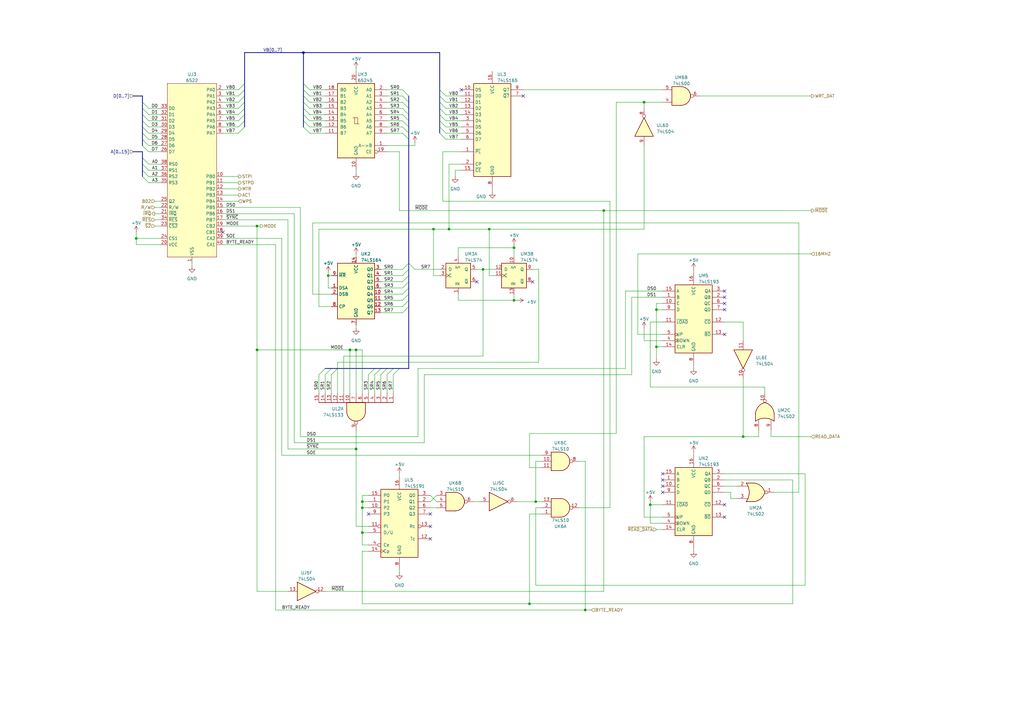
<source format=kicad_sch>
(kicad_sch (version 20230121) (generator eeschema)
  (paper "A3")
  (title_block (title "Read/Write Logic") (comment 1 "Schematic 203138") (comment 2 "PCB Assembly 2031040"))
  (junction (at 148.59 208.28))
  (junction (at 198.12 110.49))
  (junction (at 146.05 143.51))
  (junction (at 210.82 101.6))
  (junction (at 210.82 123.19))
  (junction (at 240.03 250.19))
  (junction (at 219.71 205.74))
  (junction (at 177.8 93.98))
  (junction (at 269.24 127))
  (junction (at 55.88 97.79))
  (junction (at 105.41 92.71))
  (junction (at 146.05 184.15))
  (junction (at 105.41 143.51))
  (junction (at 264.16 41.91))
  (junction (at 247.65 86.36))
  (junction (at 269.24 142.24))
  (junction (at 148.59 218.44))
  (junction (at 143.51 143.51))
  (junction (at 304.8 179.07))
  (junction (at 148.59 205.74))
  (junction (at 266.7 207.01))
  (junction (at 124.46 21.59))
  (junction (at 200.66 93.98))
  (junction (at 184.15 93.98))
  (junction (at 217.17 247.65))
  (junction (at 134.62 113.03))
  (no_connect (at 218.44 115.57))
  (no_connect (at 297.18 119.38))
  (no_connect (at 176.53 210.82))
  (no_connect (at 176.53 220.98))
  (no_connect (at 189.23 36.83))
  (no_connect (at 91.44 95.25))
  (no_connect (at 297.18 127))
  (no_connect (at 271.78 199.39))
  (no_connect (at 297.18 137.16))
  (no_connect (at 271.78 196.85))
  (no_connect (at 297.18 124.46))
  (no_connect (at 297.18 207.01))
  (no_connect (at 297.18 121.92))
  (no_connect (at 195.58 115.57))
  (no_connect (at 271.78 194.31))
  (no_connect (at 271.78 201.93))
  (no_connect (at 176.53 215.9))
  (no_connect (at 214.63 39.37))
  (no_connect (at 151.13 210.82))
  (no_connect (at 297.18 212.09))
  (bus_entry (at 58.42 64.77) (size 2.54 2.54))
  (bus_entry (at 58.42 72.39) (size 2.54 2.54))
  (bus_entry (at 58.42 54.61) (size 2.54 2.54))
  (bus_entry (at 97.79 36.83) (size 2.54 -2.54))
  (bus_entry (at 182.88 46.99) (size -2.54 -2.54))
  (bus_entry (at 182.88 57.15) (size -2.54 -2.54))
  (bus_entry (at 127 49.53) (size -2.54 -2.54))
  (bus_entry (at 133.35 153.67) (size 2.54 -2.54))
  (bus_entry (at 165.1 123.19) (size 2.54 -2.54))
  (bus_entry (at 151.13 153.67) (size 2.54 -2.54))
  (bus_entry (at 182.88 41.91) (size -2.54 -2.54))
  (bus_entry (at 165.1 36.83) (size 2.54 2.54))
  (bus_entry (at 165.1 118.11) (size 2.54 -2.54))
  (bus_entry (at 97.79 44.45) (size 2.54 -2.54))
  (bus_entry (at 127 39.37) (size -2.54 -2.54))
  (bus_entry (at 58.42 52.07) (size 2.54 2.54))
  (bus_entry (at 165.1 128.27) (size 2.54 -2.54))
  (bus_entry (at 127 52.07) (size -2.54 -2.54))
  (bus_entry (at 182.88 44.45) (size -2.54 -2.54))
  (bus_entry (at 97.79 41.91) (size 2.54 -2.54))
  (bus_entry (at 182.88 52.07) (size -2.54 -2.54))
  (bus_entry (at 58.42 41.91) (size 2.54 2.54))
  (bus_entry (at 165.1 52.07) (size 2.54 2.54))
  (bus_entry (at 165.1 46.99) (size 2.54 2.54))
  (bus_entry (at 97.79 49.53) (size 2.54 -2.54))
  (bus_entry (at 127 41.91) (size -2.54 -2.54))
  (bus_entry (at 127 46.99) (size -2.54 -2.54))
  (bus_entry (at 58.42 67.31) (size 2.54 2.54))
  (bus_entry (at 58.42 44.45) (size 2.54 2.54))
  (bus_entry (at 165.1 115.57) (size 2.54 -2.54))
  (bus_entry (at 161.29 153.67) (size 2.54 -2.54))
  (bus_entry (at 97.79 54.61) (size 2.54 -2.54))
  (bus_entry (at 97.79 52.07) (size 2.54 -2.54))
  (bus_entry (at 58.42 57.15) (size 2.54 2.54))
  (bus_entry (at 165.1 110.49) (size 2.54 -2.54))
  (bus_entry (at 97.79 39.37) (size 2.54 -2.54))
  (bus_entry (at 182.88 54.61) (size -2.54 -2.54))
  (bus_entry (at 165.1 41.91) (size 2.54 2.54))
  (bus_entry (at 156.21 153.67) (size 2.54 -2.54))
  (bus_entry (at 165.1 125.73) (size 2.54 -2.54))
  (bus_entry (at 182.88 49.53) (size -2.54 -2.54))
  (bus_entry (at 182.88 39.37) (size -2.54 -2.54))
  (bus_entry (at 165.1 49.53) (size 2.54 2.54))
  (bus_entry (at 58.42 59.69) (size 2.54 2.54))
  (bus_entry (at 58.42 49.53) (size 2.54 2.54))
  (bus_entry (at 97.79 46.99) (size 2.54 -2.54))
  (bus_entry (at 158.75 153.67) (size 2.54 -2.54))
  (bus_entry (at 165.1 44.45) (size 2.54 2.54))
  (bus_entry (at 58.42 46.99) (size 2.54 2.54))
  (bus_entry (at 127 54.61) (size -2.54 -2.54))
  (bus_entry (at 165.1 54.61) (size 2.54 2.54))
  (bus_entry (at 153.67 153.67) (size 2.54 -2.54))
  (bus_entry (at 165.1 120.65) (size 2.54 -2.54))
  (bus_entry (at 165.1 113.03) (size 2.54 -2.54))
  (bus_entry (at 165.1 39.37) (size 2.54 2.54))
  (bus_entry (at 127 36.83) (size -2.54 -2.54))
  (bus_entry (at 130.81 153.67) (size 2.54 -2.54))
  (bus_entry (at 127 44.45) (size -2.54 -2.54))
  (bus_entry (at 58.42 69.85) (size 2.54 2.54))
  (bus_entry (at 170.18 110.49) (size -2.54 -2.54))
  (bus_entry (at 135.89 153.67) (size 2.54 -2.54))
  (bus (pts (xy 180.34 44.45) (xy 180.34 46.99)))
  (wire (pts (xy 189.23 39.37) (xy 182.88 39.37)))
  (wire (pts (xy 217.17 191.77) (xy 217.17 177.8)))
  (wire (pts (xy 297.18 199.39) (xy 302.26 199.39)))
  (wire (pts (xy 151.13 161.29) (xy 151.13 153.67)))
  (wire (pts (xy 194.31 205.74) (xy 196.85 205.74)))
  (wire (pts (xy 133.35 242.57) (xy 247.65 242.57)))
  (wire (pts (xy 256.54 119.38) (xy 271.78 119.38)))
  (wire (pts (xy 115.57 186.69) (xy 222.25 186.69)))
  (wire (pts (xy 325.12 247.65) (xy 217.17 247.65)))
  (wire (pts (xy 261.62 104.14) (xy 261.62 137.16)))
  (wire (pts (xy 269.24 127) (xy 271.78 127)))
  (wire (pts (xy 91.44 46.99) (xy 97.79 46.99)))
  (wire (pts (xy 60.96 54.61) (xy 66.04 54.61)))
  (wire (pts (xy 284.48 149.86) (xy 284.48 151.13)))
  (wire (pts (xy 115.57 97.79) (xy 115.57 186.69)))
  (wire (pts (xy 163.83 194.31) (xy 163.83 195.58)))
  (wire (pts (xy 217.17 210.82) (xy 222.25 210.82)))
  (wire (pts (xy 264.16 139.7) (xy 264.16 134.62)))
  (wire (pts (xy 163.83 86.36) (xy 247.65 86.36)))
  (bus (pts (xy 180.34 46.99) (xy 180.34 49.53)))
  (wire (pts (xy 203.2 113.03) (xy 200.66 113.03)))
  (wire (pts (xy 299.72 201.93) (xy 299.72 204.47)))
  (wire (pts (xy 130.81 161.29) (xy 130.81 153.67)))
  (wire (pts (xy 60.96 44.45) (xy 66.04 44.45)))
  (wire (pts (xy 269.24 127) (xy 269.24 142.24)))
  (bus (pts (xy 138.43 151.13) (xy 153.67 151.13)))
  (wire (pts (xy 297.18 196.85) (xy 325.12 196.85)))
  (bus (pts (xy 167.64 39.37) (xy 167.64 41.91)))
  (bus (pts (xy 167.64 41.91) (xy 167.64 44.45)))
  (wire (pts (xy 133.35 44.45) (xy 127 44.45)))
  (wire (pts (xy 146.05 184.15) (xy 146.05 215.9)))
  (wire (pts (xy 189.23 49.53) (xy 182.88 49.53)))
  (bus (pts (xy 167.64 115.57) (xy 167.64 118.11)))
  (wire (pts (xy 158.75 54.61) (xy 165.1 54.61)))
  (wire (pts (xy 219.71 240.03) (xy 330.2 240.03)))
  (wire (pts (xy 171.45 151.13) (xy 256.54 151.13)))
  (wire (pts (xy 140.97 146.05) (xy 198.12 146.05)))
  (bus (pts (xy 167.64 46.99) (xy 167.64 49.53)))
  (wire (pts (xy 214.63 36.83) (xy 271.78 36.83)))
  (bus (pts (xy 100.33 46.99) (xy 100.33 44.45)))
  (wire (pts (xy 148.59 205.74) (xy 148.59 208.28)))
  (wire (pts (xy 189.23 69.85) (xy 186.69 69.85)))
  (bus (pts (xy 58.42 44.45) (xy 58.42 41.91)))
  (wire (pts (xy 264.16 212.09) (xy 271.78 212.09)))
  (wire (pts (xy 153.67 161.29) (xy 153.67 153.67)))
  (wire (pts (xy 198.12 110.49) (xy 198.12 146.05)))
  (wire (pts (xy 128.27 120.65) (xy 128.27 91.44)))
  (wire (pts (xy 78.74 107.95) (xy 78.74 109.22)))
  (wire (pts (xy 259.08 121.92) (xy 271.78 121.92)))
  (bus (pts (xy 156.21 151.13) (xy 158.75 151.13)))
  (bus (pts (xy 124.46 21.59) (xy 124.46 34.29)))
  (wire (pts (xy 171.45 179.07) (xy 171.45 151.13)))
  (wire (pts (xy 180.34 113.03) (xy 177.8 113.03)))
  (wire (pts (xy 60.96 62.23) (xy 66.04 62.23)))
  (bus (pts (xy 100.33 21.59) (xy 124.46 21.59)))
  (wire (pts (xy 217.17 247.65) (xy 217.17 210.82)))
  (wire (pts (xy 269.24 124.46) (xy 269.24 127)))
  (bus (pts (xy 180.34 39.37) (xy 180.34 41.91)))
  (bus (pts (xy 180.34 52.07) (xy 180.34 54.61)))
  (wire (pts (xy 189.23 52.07) (xy 182.88 52.07)))
  (wire (pts (xy 138.43 161.29) (xy 138.43 151.13)))
  (bus (pts (xy 167.64 120.65) (xy 167.64 123.19)))
  (wire (pts (xy 304.8 154.94) (xy 304.8 179.07)))
  (wire (pts (xy 187.96 123.19) (xy 210.82 123.19)))
  (bus (pts (xy 180.34 36.83) (xy 180.34 39.37)))
  (wire (pts (xy 173.99 153.67) (xy 259.08 153.67)))
  (wire (pts (xy 134.62 113.03) (xy 135.89 113.03)))
  (wire (pts (xy 130.81 93.98) (xy 177.8 93.98)))
  (wire (pts (xy 210.82 100.33) (xy 210.82 101.6)))
  (wire (pts (xy 266.7 132.08) (xy 266.7 158.75)))
  (wire (pts (xy 123.19 179.07) (xy 171.45 179.07)))
  (wire (pts (xy 177.8 113.03) (xy 177.8 93.98)))
  (wire (pts (xy 146.05 176.53) (xy 146.05 184.15)))
  (wire (pts (xy 91.44 54.61) (xy 97.79 54.61)))
  (bus (pts (xy 167.64 123.19) (xy 167.64 125.73)))
  (bus (pts (xy 167.64 49.53) (xy 167.64 52.07)))
  (wire (pts (xy 158.75 41.91) (xy 165.1 41.91)))
  (wire (pts (xy 146.05 104.14) (xy 146.05 105.41)))
  (wire (pts (xy 269.24 142.24) (xy 269.24 147.32)))
  (wire (pts (xy 259.08 153.67) (xy 259.08 121.92)))
  (bus (pts (xy 167.64 125.73) (xy 167.64 151.13)))
  (wire (pts (xy 60.96 67.31) (xy 66.04 67.31)))
  (wire (pts (xy 210.82 123.19) (xy 210.82 120.65)))
  (wire (pts (xy 313.69 158.75) (xy 313.69 161.29)))
  (wire (pts (xy 63.5 85.09) (xy 66.04 85.09)))
  (wire (pts (xy 60.96 49.53) (xy 66.04 49.53)))
  (wire (pts (xy 189.23 57.15) (xy 182.88 57.15)))
  (wire (pts (xy 91.44 41.91) (xy 97.79 41.91)))
  (bus (pts (xy 58.42 46.99) (xy 58.42 44.45)))
  (wire (pts (xy 170.18 110.49) (xy 180.34 110.49)))
  (wire (pts (xy 250.19 82.55) (xy 181.61 82.55)))
  (wire (pts (xy 325.12 196.85) (xy 325.12 247.65)))
  (wire (pts (xy 135.89 125.73) (xy 130.81 125.73)))
  (wire (pts (xy 201.93 77.47) (xy 201.93 78.74)))
  (wire (pts (xy 63.5 87.63) (xy 66.04 87.63)))
  (bus (pts (xy 100.33 44.45) (xy 100.33 41.91)))
  (wire (pts (xy 195.58 110.49) (xy 198.12 110.49)))
  (wire (pts (xy 156.21 115.57) (xy 165.1 115.57)))
  (wire (pts (xy 148.59 226.06) (xy 148.59 247.65)))
  (wire (pts (xy 156.21 125.73) (xy 165.1 125.73)))
  (wire (pts (xy 297.18 132.08) (xy 304.8 132.08)))
  (wire (pts (xy 170.18 59.69) (xy 158.75 59.69)))
  (wire (pts (xy 304.8 179.07) (xy 264.16 179.07)))
  (wire (pts (xy 266.7 205.74) (xy 266.7 207.01)))
  (wire (pts (xy 91.44 36.83) (xy 97.79 36.83)))
  (wire (pts (xy 284.48 224.79) (xy 284.48 226.06)))
  (wire (pts (xy 91.44 49.53) (xy 97.79 49.53)))
  (wire (pts (xy 134.62 111.76) (xy 134.62 113.03)))
  (wire (pts (xy 156.21 161.29) (xy 156.21 153.67)))
  (wire (pts (xy 55.88 100.33) (xy 66.04 100.33)))
  (wire (pts (xy 187.96 105.41) (xy 187.96 101.6)))
  (bus (pts (xy 58.42 72.39) (xy 58.42 69.85)))
  (wire (pts (xy 158.75 36.83) (xy 165.1 36.83)))
  (bus (pts (xy 133.35 151.13) (xy 135.89 151.13)))
  (wire (pts (xy 63.5 90.17) (xy 66.04 90.17)))
  (wire (pts (xy 189.23 46.99) (xy 182.88 46.99)))
  (wire (pts (xy 181.61 82.55) (xy 181.61 62.23)))
  (wire (pts (xy 247.65 86.36) (xy 247.65 242.57)))
  (wire (pts (xy 91.44 77.47) (xy 97.79 77.47)))
  (bus (pts (xy 163.83 151.13) (xy 167.64 151.13)))
  (wire (pts (xy 187.96 120.65) (xy 187.96 123.19)))
  (wire (pts (xy 91.44 80.01) (xy 97.79 80.01)))
  (wire (pts (xy 113.03 250.19) (xy 240.03 250.19)))
  (bus (pts (xy 58.42 41.91) (xy 58.42 39.37)))
  (bus (pts (xy 124.46 39.37) (xy 124.46 36.83)))
  (bus (pts (xy 167.64 54.61) (xy 167.64 57.15)))
  (wire (pts (xy 261.62 104.14) (xy 332.74 104.14)))
  (wire (pts (xy 158.75 161.29) (xy 158.75 153.67)))
  (wire (pts (xy 143.51 143.51) (xy 146.05 143.51)))
  (wire (pts (xy 271.78 214.63) (xy 266.7 214.63)))
  (bus (pts (xy 58.42 54.61) (xy 58.42 52.07)))
  (wire (pts (xy 91.44 39.37) (xy 97.79 39.37)))
  (wire (pts (xy 219.71 205.74) (xy 222.25 205.74)))
  (bus (pts (xy 167.64 107.95) (xy 167.64 110.49)))
  (wire (pts (xy 156.21 123.19) (xy 165.1 123.19)))
  (wire (pts (xy 161.29 161.29) (xy 161.29 153.67)))
  (wire (pts (xy 148.59 208.28) (xy 151.13 208.28)))
  (wire (pts (xy 222.25 208.28) (xy 219.71 208.28)))
  (bus (pts (xy 124.46 52.07) (xy 124.46 49.53)))
  (wire (pts (xy 311.15 179.07) (xy 311.15 176.53)))
  (wire (pts (xy 148.59 218.44) (xy 151.13 218.44)))
  (wire (pts (xy 133.35 52.07) (xy 127 52.07)))
  (wire (pts (xy 60.96 74.93) (xy 66.04 74.93)))
  (wire (pts (xy 105.41 92.71) (xy 105.41 143.51)))
  (bus (pts (xy 100.33 41.91) (xy 100.33 39.37)))
  (bus (pts (xy 124.46 44.45) (xy 124.46 41.91)))
  (wire (pts (xy 148.59 203.2) (xy 148.59 205.74)))
  (wire (pts (xy 91.44 72.39) (xy 97.79 72.39)))
  (wire (pts (xy 264.16 41.91) (xy 264.16 44.45)))
  (bus (pts (xy 167.64 57.15) (xy 167.64 107.95)))
  (wire (pts (xy 128.27 91.44) (xy 327.66 91.44)))
  (wire (pts (xy 156.21 113.03) (xy 165.1 113.03)))
  (wire (pts (xy 91.44 52.07) (xy 97.79 52.07)))
  (bus (pts (xy 100.33 36.83) (xy 100.33 34.29)))
  (bus (pts (xy 158.75 151.13) (xy 161.29 151.13)))
  (wire (pts (xy 271.78 124.46) (xy 269.24 124.46)))
  (wire (pts (xy 163.83 62.23) (xy 163.83 86.36)))
  (wire (pts (xy 55.88 95.25) (xy 55.88 97.79)))
  (bus (pts (xy 167.64 113.03) (xy 167.64 115.57)))
  (wire (pts (xy 179.07 203.2) (xy 176.53 205.74)))
  (wire (pts (xy 105.41 143.51) (xy 105.41 242.57)))
  (wire (pts (xy 123.19 179.07) (xy 123.19 85.09)))
  (wire (pts (xy 200.66 93.98) (xy 200.66 113.03)))
  (wire (pts (xy 118.11 90.17) (xy 118.11 184.15)))
  (wire (pts (xy 284.48 110.49) (xy 284.48 111.76)))
  (bus (pts (xy 135.89 151.13) (xy 138.43 151.13)))
  (wire (pts (xy 210.82 123.19) (xy 212.09 123.19)))
  (bus (pts (xy 124.46 49.53) (xy 124.46 46.99)))
  (wire (pts (xy 158.75 39.37) (xy 165.1 39.37)))
  (wire (pts (xy 250.19 82.55) (xy 250.19 208.28)))
  (wire (pts (xy 198.12 110.49) (xy 203.2 110.49)))
  (wire (pts (xy 220.98 110.49) (xy 220.98 148.59)))
  (wire (pts (xy 219.71 189.23) (xy 222.25 189.23)))
  (wire (pts (xy 158.75 44.45) (xy 165.1 44.45)))
  (wire (pts (xy 247.65 86.36) (xy 332.74 86.36)))
  (wire (pts (xy 284.48 185.42) (xy 284.48 186.69)))
  (bus (pts (xy 58.42 52.07) (xy 58.42 49.53)))
  (wire (pts (xy 189.23 54.61) (xy 182.88 54.61)))
  (wire (pts (xy 133.35 46.99) (xy 127 46.99)))
  (bus (pts (xy 167.64 44.45) (xy 167.64 46.99)))
  (wire (pts (xy 218.44 110.49) (xy 220.98 110.49)))
  (wire (pts (xy 200.66 93.98) (xy 264.16 93.98)))
  (bus (pts (xy 124.46 36.83) (xy 124.46 34.29)))
  (wire (pts (xy 134.62 113.03) (xy 134.62 118.11)))
  (bus (pts (xy 153.67 151.13) (xy 156.21 151.13)))
  (wire (pts (xy 120.65 181.61) (xy 173.99 181.61)))
  (wire (pts (xy 184.15 93.98) (xy 200.66 93.98)))
  (wire (pts (xy 181.61 62.23) (xy 189.23 62.23)))
  (wire (pts (xy 60.96 52.07) (xy 66.04 52.07)))
  (wire (pts (xy 156.21 128.27) (xy 165.1 128.27)))
  (wire (pts (xy 105.41 92.71) (xy 106.68 92.71)))
  (wire (pts (xy 252.73 41.91) (xy 252.73 177.8)))
  (wire (pts (xy 297.18 194.31) (xy 330.2 194.31)))
  (wire (pts (xy 237.49 208.28) (xy 250.19 208.28)))
  (wire (pts (xy 148.59 247.65) (xy 217.17 247.65)))
  (wire (pts (xy 186.69 69.85) (xy 186.69 72.39)))
  (wire (pts (xy 133.35 49.53) (xy 127 49.53)))
  (wire (pts (xy 138.43 148.59) (xy 220.98 148.59)))
  (wire (pts (xy 135.89 120.65) (xy 128.27 120.65)))
  (wire (pts (xy 133.35 41.91) (xy 127 41.91)))
  (bus (pts (xy 180.34 41.91) (xy 180.34 44.45)))
  (wire (pts (xy 146.05 69.85) (xy 146.05 71.12)))
  (wire (pts (xy 158.75 62.23) (xy 163.83 62.23)))
  (wire (pts (xy 146.05 133.35) (xy 146.05 134.62)))
  (wire (pts (xy 187.96 101.6) (xy 210.82 101.6)))
  (wire (pts (xy 151.13 205.74) (xy 148.59 205.74)))
  (wire (pts (xy 156.21 110.49) (xy 165.1 110.49)))
  (bus (pts (xy 54.61 62.23) (xy 58.42 62.23)))
  (wire (pts (xy 184.15 67.31) (xy 184.15 93.98)))
  (wire (pts (xy 134.62 118.11) (xy 135.89 118.11)))
  (wire (pts (xy 264.16 59.69) (xy 264.16 93.98)))
  (bus (pts (xy 167.64 52.07) (xy 167.64 54.61)))
  (wire (pts (xy 135.89 161.29) (xy 135.89 153.67)))
  (wire (pts (xy 158.75 46.99) (xy 165.1 46.99)))
  (wire (pts (xy 148.59 223.52) (xy 151.13 223.52)))
  (wire (pts (xy 266.7 158.75) (xy 313.69 158.75)))
  (bus (pts (xy 100.33 52.07) (xy 100.33 49.53)))
  (wire (pts (xy 133.35 54.61) (xy 127 54.61)))
  (wire (pts (xy 219.71 208.28) (xy 219.71 240.03)))
  (wire (pts (xy 91.44 44.45) (xy 97.79 44.45)))
  (wire (pts (xy 146.05 215.9) (xy 151.13 215.9)))
  (wire (pts (xy 177.8 93.98) (xy 184.15 93.98)))
  (bus (pts (xy 58.42 67.31) (xy 58.42 64.77)))
  (wire (pts (xy 63.5 82.55) (xy 66.04 82.55)))
  (wire (pts (xy 240.03 189.23) (xy 240.03 250.19)))
  (wire (pts (xy 148.59 208.28) (xy 148.59 218.44)))
  (wire (pts (xy 269.24 142.24) (xy 271.78 142.24)))
  (wire (pts (xy 264.16 41.91) (xy 271.78 41.91)))
  (wire (pts (xy 237.49 189.23) (xy 240.03 189.23)))
  (bus (pts (xy 58.42 59.69) (xy 58.42 57.15)))
  (bus (pts (xy 58.42 64.77) (xy 58.42 62.23)))
  (wire (pts (xy 299.72 204.47) (xy 302.26 204.47)))
  (wire (pts (xy 316.23 176.53) (xy 316.23 179.07)))
  (wire (pts (xy 304.8 132.08) (xy 304.8 139.7)))
  (wire (pts (xy 60.96 72.39) (xy 66.04 72.39)))
  (wire (pts (xy 266.7 214.63) (xy 266.7 207.01)))
  (wire (pts (xy 91.44 87.63) (xy 120.65 87.63)))
  (wire (pts (xy 120.65 87.63) (xy 120.65 181.61)))
  (wire (pts (xy 91.44 100.33) (xy 113.03 100.33)))
  (wire (pts (xy 266.7 207.01) (xy 271.78 207.01)))
  (wire (pts (xy 189.23 41.91) (xy 182.88 41.91)))
  (bus (pts (xy 124.46 46.99) (xy 124.46 44.45)))
  (wire (pts (xy 113.03 100.33) (xy 113.03 250.19)))
  (wire (pts (xy 133.35 36.83) (xy 127 36.83)))
  (bus (pts (xy 167.64 118.11) (xy 167.64 120.65)))
  (wire (pts (xy 304.8 179.07) (xy 311.15 179.07)))
  (wire (pts (xy 143.51 143.51) (xy 143.51 161.29)))
  (bus (pts (xy 54.61 39.37) (xy 58.42 39.37)))
  (wire (pts (xy 105.41 143.51) (xy 143.51 143.51)))
  (wire (pts (xy 148.59 203.2) (xy 151.13 203.2)))
  (bus (pts (xy 180.34 21.59) (xy 180.34 36.83)))
  (wire (pts (xy 148.59 218.44) (xy 148.59 223.52)))
  (wire (pts (xy 264.16 179.07) (xy 264.16 212.09)))
  (wire (pts (xy 133.35 39.37) (xy 127 39.37)))
  (wire (pts (xy 146.05 27.94) (xy 146.05 29.21)))
  (bus (pts (xy 167.64 110.49) (xy 167.64 113.03)))
  (bus (pts (xy 161.29 151.13) (xy 163.83 151.13)))
  (bus (pts (xy 100.33 39.37) (xy 100.33 36.83)))
  (wire (pts (xy 60.96 46.99) (xy 66.04 46.99)))
  (wire (pts (xy 91.44 90.17) (xy 118.11 90.17)))
  (bus (pts (xy 58.42 69.85) (xy 58.42 67.31)))
  (wire (pts (xy 252.73 41.91) (xy 264.16 41.91)))
  (wire (pts (xy 158.75 49.53) (xy 165.1 49.53)))
  (wire (pts (xy 189.23 44.45) (xy 182.88 44.45)))
  (wire (pts (xy 148.59 161.29) (xy 148.59 143.51)))
  (wire (pts (xy 217.17 177.8) (xy 252.73 177.8)))
  (wire (pts (xy 91.44 92.71) (xy 105.41 92.71)))
  (wire (pts (xy 287.02 39.37) (xy 332.74 39.37)))
  (wire (pts (xy 327.66 91.44) (xy 327.66 201.93)))
  (wire (pts (xy 133.35 161.29) (xy 133.35 153.67)))
  (wire (pts (xy 163.83 233.68) (xy 163.83 234.95)))
  (wire (pts (xy 156.21 120.65) (xy 165.1 120.65)))
  (bus (pts (xy 58.42 57.15) (xy 58.42 54.61)))
  (bus (pts (xy 100.33 21.59) (xy 100.33 34.29)))
  (wire (pts (xy 60.96 57.15) (xy 66.04 57.15)))
  (wire (pts (xy 217.17 191.77) (xy 222.25 191.77)))
  (wire (pts (xy 55.88 97.79) (xy 55.88 100.33)))
  (wire (pts (xy 91.44 97.79) (xy 115.57 97.79)))
  (wire (pts (xy 271.78 139.7) (xy 264.16 139.7)))
  (wire (pts (xy 63.5 92.71) (xy 66.04 92.71)))
  (wire (pts (xy 210.82 101.6) (xy 210.82 105.41)))
  (bus (pts (xy 180.34 49.53) (xy 180.34 52.07)))
  (wire (pts (xy 146.05 143.51) (xy 146.05 161.29)))
  (wire (pts (xy 105.41 242.57) (xy 118.11 242.57)))
  (wire (pts (xy 146.05 143.51) (xy 148.59 143.51)))
  (wire (pts (xy 91.44 82.55) (xy 97.79 82.55)))
  (wire (pts (xy 138.43 151.13) (xy 138.43 148.59)))
  (wire (pts (xy 176.53 203.2) (xy 179.07 205.74)))
  (wire (pts (xy 91.44 74.93) (xy 97.79 74.93)))
  (wire (pts (xy 271.78 132.08) (xy 266.7 132.08)))
  (bus (pts (xy 124.46 41.91) (xy 124.46 39.37)))
  (wire (pts (xy 219.71 189.23) (xy 219.71 205.74)))
  (wire (pts (xy 118.11 184.15) (xy 146.05 184.15)))
  (wire (pts (xy 170.18 58.42) (xy 170.18 59.69)))
  (wire (pts (xy 158.75 52.07) (xy 165.1 52.07)))
  (wire (pts (xy 176.53 208.28) (xy 179.07 208.28)))
  (bus (pts (xy 100.33 49.53) (xy 100.33 46.99)))
  (wire (pts (xy 316.23 179.07) (xy 332.74 179.07)))
  (wire (pts (xy 271.78 137.16) (xy 261.62 137.16)))
  (wire (pts (xy 330.2 194.31) (xy 330.2 240.03)))
  (bus (pts (xy 124.46 21.59) (xy 180.34 21.59)))
  (wire (pts (xy 156.21 118.11) (xy 165.1 118.11)))
  (wire (pts (xy 212.09 205.74) (xy 219.71 205.74)))
  (wire (pts (xy 140.97 161.29) (xy 140.97 146.05)))
  (wire (pts (xy 55.88 97.79) (xy 66.04 97.79)))
  (wire (pts (xy 297.18 201.93) (xy 299.72 201.93)))
  (wire (pts (xy 240.03 250.19) (xy 242.57 250.19)))
  (wire (pts (xy 130.81 125.73) (xy 130.81 93.98)))
  (wire (pts (xy 91.44 85.09) (xy 123.19 85.09)))
  (wire (pts (xy 189.23 67.31) (xy 184.15 67.31)))
  (wire (pts (xy 327.66 201.93) (xy 317.5 201.93)))
  (wire (pts (xy 60.96 69.85) (xy 66.04 69.85)))
  (wire (pts (xy 60.96 59.69) (xy 66.04 59.69)))
  (bus (pts (xy 58.42 49.53) (xy 58.42 46.99)))
  (wire (pts (xy 269.24 217.17) (xy 271.78 217.17)))
  (wire (pts (xy 151.13 226.06) (xy 148.59 226.06)))
  (wire (pts (xy 173.99 181.61) (xy 173.99 153.67)))
  (wire (pts (xy 256.54 151.13) (xy 256.54 119.38)))
  (label "VB1" (at 92.71 39.37 0))
  (label "SR4" (at 160.02 46.99 0))
  (label "SR5" (at 156.21 160.02 90))
  (label "SOE" (at 125.73 186.69 0))
  (label "~{SYNC}" (at 125.73 184.15 0))
  (label "BYTE_READY" (at 115.57 250.19 0))
  (label "SR7" (at 161.29 160.02 90))
  (label "SR3" (at 151.13 160.02 90))
  (label "VB7" (at 187.96 57.15 180))
  (label "VB6" (at 92.71 52.07 0))
  (label "VB4" (at 92.71 46.99 0))
  (label "VB6" (at 187.96 54.61 180))
  (label "D1" (at 64.77 46.99 180))
  (label "VB7" (at 132.08 54.61 180))
  (label "VB4" (at 187.96 49.53 180))
  (label "VB3" (at 132.08 44.45 180))
  (label "D2" (at 64.77 49.53 180))
  (label "SR7" (at 176.53 110.49 180))
  (label "D0" (at 64.77 44.45 180))
  (label "VB2" (at 132.08 41.91 180))
  (label "VB[0..7]" (at 107.95 21.59 0))
  (label "VB1" (at 132.08 39.37 180))
  (label "DS0" (at 269.24 119.38 180))
  (label "DS0" (at 125.73 179.07 0))
  (label "DS1" (at 125.73 181.61 0))
  (label "VB5" (at 187.96 52.07 180))
  (label "BYTE_READY" (at 92.71 100.33 0))
  (label "DS1" (at 92.71 87.63 0))
  (label "SR2" (at 135.89 160.02 90))
  (label "VB3" (at 92.71 44.45 0))
  (label "SR6" (at 157.48 125.73 0))
  (label "VB4" (at 132.08 46.99 180))
  (label "SR1" (at 133.35 160.02 90))
  (label "SR1" (at 157.48 113.03 0))
  (label "~{MODE}" (at 170.18 86.36 0))
  (label "SR3" (at 160.02 44.45 0))
  (label "A0" (at 64.77 67.31 180))
  (label "VB2" (at 92.71 41.91 0))
  (label "SR7" (at 160.02 54.61 0))
  (label "SR3" (at 157.48 118.11 0))
  (label "VB0" (at 132.08 36.83 180))
  (label "SR6" (at 158.75 160.02 90))
  (label "MODE" (at 92.71 92.71 0))
  (label "~{MODE}" (at 135.89 242.57 0))
  (label "SR0" (at 160.02 36.83 0))
  (label "SR1" (at 160.02 39.37 0))
  (label "VB0" (at 92.71 36.83 0))
  (label "D4" (at 64.77 54.61 180))
  (label "SR4" (at 157.48 120.65 0))
  (label "SR5" (at 157.48 123.19 0))
  (label "MODE" (at 140.97 143.51 180))
  (label "SR5" (at 160.02 49.53 0))
  (label "A1" (at 64.77 69.85 180))
  (label "VB2" (at 187.96 44.45 180))
  (label "DS1" (at 269.24 121.92 180))
  (label "A2" (at 64.77 72.39 180))
  (label "D7" (at 64.77 62.23 180))
  (label "SOE" (at 92.71 97.79 0))
  (label "VB3" (at 187.96 46.99 180))
  (label "SR7" (at 157.48 128.27 0))
  (label "VB5" (at 132.08 49.53 180))
  (label "A3" (at 64.77 74.93 180))
  (label "SR2" (at 157.48 115.57 0))
  (label "VB7" (at 92.71 54.61 0))
  (label "D3" (at 64.77 52.07 180))
  (label "VB5" (at 92.71 49.53 0))
  (label "~{SYNC}" (at 92.71 90.17 0))
  (label "VB0" (at 187.96 39.37 180))
  (label "SR0" (at 157.48 110.49 0))
  (label "SR6" (at 160.02 52.07 0))
  (label "SR2" (at 160.02 41.91 0))
  (label "DS0" (at 92.71 85.09 0))
  (label "VB1" (at 187.96 41.91 180))
  (label "SR0" (at 130.81 160.02 90))
  (label "D6" (at 64.77 59.69 180))
  (label "SR4" (at 153.67 160.02 90))
  (label "VB6" (at 132.08 52.07 180))
  (label "D5" (at 64.77 57.15 180))
  (hierarchical_label "~{MODE}" (shape output) (at 332.74 86.36 0))
  (hierarchical_label "BYTE_READY" (shape input) (at 242.57 250.19 0))
  (hierarchical_label "WRT_DAT" (shape output) (at 332.74 39.37 0))
  (hierarchical_label "16MHZ" (shape input) (at 332.74 104.14 0))
  (hierarchical_label "STPI" (shape output) (at 97.79 72.39 0))
  (hierarchical_label "~{READ_DATA}" (shape input) (at 269.24 217.17 180))
  (hierarchical_label "~{S2}" (shape input) (at 63.5 92.71 180))
  (hierarchical_label "ACT" (shape output) (at 97.79 80.01 0))
  (hierarchical_label "MTR" (shape output) (at 97.79 77.47 0))
  (hierarchical_label "R{slash}W" (shape input) (at 63.5 85.09 180))
  (hierarchical_label "A[0..15]" (shape input) (at 54.61 62.23 180))
  (hierarchical_label "~{RES}" (shape input) (at 63.5 90.17 180))
  (hierarchical_label "~{IRQ}" (shape output) (at 63.5 87.63 180))
  (hierarchical_label "D[0..7]" (shape input) (at 54.61 39.37 180))
  (hierarchical_label "WPS" (shape input) (at 97.79 82.55 0))
  (hierarchical_label "B02" (shape input) (at 63.5 82.55 180))
  (hierarchical_label "STPO" (shape output) (at 97.79 74.93 0))
  (hierarchical_label "READ_DATA" (shape input) (at 332.74 179.07 0))
  (hierarchical_label "MODE" (shape output) (at 106.68 92.71 0))
  (symbol (lib_id "74xx:74LS04") (at 264.16 52.07 90) (unit 4)
    (property "Reference" "UL6" (at 269.24 51.435 90) (effects (justify right)))
    (property "Value" "74LS04" (at 269.24 53.975 90) (effects (justify right)))
    (property "Datasheet" "http://www.ti.com/lit/gpn/sn74LS04" (effects hide))
  )
  (symbol (lib_id "power:+5V") (at 284.48 185.42 0) (unit 1)
    (property "Reference" "#PWR020" (effects hide))
    (property "Value" "+5V" (at 284.48 181.61 0))
  )
  (symbol (lib_id "Commodore-2031:6522") (at 78.74 69.85 0) (unit 1)
    (property "Reference" "UJ3" (at 78.74 30.48 0))
    (property "Value" "6522" (at 78.74 33.02 0))
  )
  (symbol (lib_id "74xx:74LS193") (at 284.48 129.54 0) (unit 1)
    (property "Reference" "UM5" (at 286.4359 113.03 0) (effects (justify left)))
    (property "Value" "74LS193" (at 286.4359 115.57 0) (effects (justify left)))
    (property "Datasheet" "http://www.ti.com/lit/ds/symlink/sn74ls193.pdf" (effects hide))
  )
  (symbol (lib_id "74xx:74LS74") (at 187.96 113.03 0) (unit 1)
    (property "Reference" "UM3" (at 190.5255 104.14 0) (effects (justify left)))
    (property "Value" "74LS74" (at 190.5255 106.68 0) (effects (justify left)))
    (property "Datasheet" "74xx/74hc_hct74.pdf" (effects hide))
  )
  (symbol (lib_id "power:GND") (at 269.24 147.32 0) (unit 1)
    (property "Reference" "#PWR015" (effects hide))
    (property "Value" "GND" (at 269.24 152.4 0))
  )
  (symbol (lib_id "74xx:74LS04") (at 304.8 147.32 270) (unit 5)
    (property "Reference" "UL6" (at 309.88 146.685 90) (effects (justify left)))
    (property "Value" "74LS04" (at 309.88 149.225 90) (effects (justify left)))
    (property "Datasheet" "http://www.ti.com/lit/gpn/sn74LS04" (effects hide))
  )
  (symbol (lib_id "power:+5V") (at 210.82 100.33 0) (unit 1)
    (property "Reference" "#PWR013" (effects hide))
    (property "Value" "+5V" (at 210.82 96.52 0))
  )
  (symbol (lib_id "74xx:74LS165") (at 201.93 52.07 0) (unit 1)
    (property "Reference" "UL3" (at 203.8859 30.48 0) (effects (justify left)))
    (property "Value" "74LS165" (at 203.8859 33.02 0) (effects (justify left)))
    (property "Datasheet" "https://www.ti.com/lit/ds/symlink/sn74ls165a.pdf" (effects hide))
  )
  (symbol (lib_id "74xx:74LS04") (at 204.47 205.74 0) (unit 3)
    (property "Reference" "UJ5" (at 204.47 198.12 0))
    (property "Value" "74LS04" (at 204.47 200.66 0))
    (property "Datasheet" "http://www.ti.com/lit/gpn/sn74LS04" (effects hide))
  )
  (symbol (lib_id "74xx:74HC245") (at 146.05 49.53 0) (mirror y) (unit 1)
    (property "Reference" "UK3" (at 146.6341 30.48 0) (effects (justify right)))
    (property "Value" "65245" (at 146.6341 33.02 0) (effects (justify right)))
  )
  (symbol (lib_id "power:+5V") (at 170.18 58.42 0) (unit 1)
    (property "Reference" "#PWR05" (effects hide))
    (property "Value" "+5V" (at 170.18 54.61 0))
  )
  (symbol (lib_id "power:+5V") (at 146.05 27.94 0) (unit 1)
    (property "Reference" "#PWR03" (effects hide))
    (property "Value" "+5V" (at 146.05 24.13 0))
  )
  (symbol (lib_id "74xx:74LS04") (at 125.73 242.57 0) (unit 6)
    (property "Reference" "UJ5" (at 125.73 234.95 0))
    (property "Value" "74LS04" (at 125.73 237.49 0))
    (property "Datasheet" "http://www.ti.com/lit/gpn/sn74LS04" (effects hide))
  )
  (symbol (lib_id "74xx:74LS74") (at 210.82 113.03 0) (unit 2)
    (property "Reference" "UM3" (at 213.3855 104.14 0) (effects (justify left)))
    (property "Value" "74LS74" (at 213.3855 106.68 0) (effects (justify left)))
    (property "Datasheet" "74xx/74hc_hct74.pdf" (effects hide))
  )
  (symbol (lib_id "power:GND") (at 146.05 71.12 0) (unit 1)
    (property "Reference" "#PWR04" (effects hide))
    (property "Value" "GND" (at 146.05 76.2 0))
  )
  (symbol (lib_id "74xx:74LS10") (at 229.87 208.28 0) (mirror x) (unit 1)
    (property "Reference" "UK6" (at 229.8617 215.9 0))
    (property "Value" "74LS10" (at 229.8617 213.36 0))
    (property "Datasheet" "http://www.ti.com/lit/gpn/sn74LS10" (effects hide))
  )
  (symbol (lib_id "power:+5V") (at 55.88 95.25 0) (unit 1)
    (property "Reference" "#PWR01" (effects hide))
    (property "Value" "+5V" (at 55.88 91.44 0))
  )
  (symbol (lib_id "power:GND") (at 284.48 151.13 0) (unit 1)
    (property "Reference" "#PWR016" (effects hide))
    (property "Value" "GND" (at 284.48 156.21 0))
  )
  (symbol (lib_id "power:GND") (at 163.83 234.95 0) (unit 1)
    (property "Reference" "#PWR012" (effects hide))
    (property "Value" "GND" (at 163.83 240.03 0))
  )
  (symbol (lib_id "74xx:74LS133") (at 146.05 168.91 270) (unit 1)
    (property "Reference" "UL2" (at 140.97 167.64 90) (effects (justify right)))
    (property "Value" "74LS133" (at 140.97 170.18 90) (effects (justify right)))
    (property "Datasheet" "http://www.ti.com/lit/gpn/sn74LS133" (effects hide))
  )
  (symbol (lib_id "74xx:74LS191") (at 163.83 213.36 0) (unit 1)
    (property "Reference" "UL5" (at 165.7859 196.85 0) (effects (justify left)))
    (property "Value" "74LS191" (at 165.7859 199.39 0) (effects (justify left)))
    (property "Datasheet" "http://www.ti.com/lit/gpn/sn74LS191" (effects hide))
  )
  (symbol (lib_id "power:GND") (at 146.05 134.62 0) (unit 1)
    (property "Reference" "#PWR010" (effects hide))
    (property "Value" "GND" (at 146.05 139.7 0))
  )
  (symbol (lib_id "power:GND") (at 186.69 72.39 0) (unit 1)
    (property "Reference" "#PWR06" (effects hide))
    (property "Value" "GND" (at 186.69 77.47 0))
  )
  (symbol (lib_id "power:+5V") (at 163.83 194.31 0) (unit 1)
    (property "Reference" "#PWR011" (effects hide))
    (property "Value" "+5V" (at 163.83 190.5 0))
  )
  (symbol (lib_id "power:GND") (at 201.93 78.74 0) (unit 1)
    (property "Reference" "#PWR07" (effects hide))
    (property "Value" "GND" (at 199.39 80.645 0) (effects (justify right)))
  )
  (symbol (lib_id "power:+5V") (at 212.09 123.19 270) (unit 1)
    (property "Reference" "#PWR014" (effects hide))
    (property "Value" "+5V" (at 215.9 123.825 90) (effects (justify left)))
  )
  (symbol (lib_id "74xx:74LS00") (at 279.4 39.37 0) (mirror x) (unit 2)
    (property "Reference" "UM6" (at 279.3917 31.75 0))
    (property "Value" "74LS00" (at 279.3917 34.29 0))
    (property "Datasheet" "http://www.ti.com/lit/gpn/sn74ls00" (effects hide))
  )
  (symbol (lib_id "74xx:74LS10") (at 229.87 189.23 0) (unit 3)
    (property "Reference" "UK6" (at 229.8617 181.61 0))
    (property "Value" "74LS10" (at 229.8617 184.15 0))
    (property "Datasheet" "http://www.ti.com/lit/gpn/sn74LS10" (effects hide))
  )
  (symbol (lib_id "74xx:74HC164") (at 146.05 118.11 0) (unit 1)
    (property "Reference" "UK2" (at 148.0059 104.14 0) (effects (justify left)))
    (property "Value" "74LS164" (at 148.0059 106.68 0) (effects (justify left)))
  )
  (symbol (lib_id "power:+5V") (at 264.16 134.62 0) (unit 1)
    (property "Reference" "#PWR018" (effects hide))
    (property "Value" "+5V" (at 264.16 130.81 0))
  )
  (symbol (lib_id "power:+5V") (at 284.48 110.49 0) (unit 1)
    (property "Reference" "#PWR017" (effects hide))
    (property "Value" "+5V" (at 284.48 106.68 0))
  )
  (symbol (lib_id "74xx:74LS02") (at 309.88 201.93 0) (unit 1)
    (property "Reference" "UM2" (at 309.88 208.28 0))
    (property "Value" "74LS02" (at 309.88 210.82 0))
    (property "Datasheet" "http://www.ti.com/lit/gpn/sn74ls02" (effects hide))
  )
  (symbol (lib_id "74xx:74LS10") (at 186.69 205.74 0) (unit 2)
    (property "Reference" "UK6" (at 186.6817 198.12 0))
    (property "Value" "74LS10" (at 186.6817 200.66 0))
    (property "Datasheet" "http://www.ti.com/lit/gpn/sn74LS10" (effects hide))
  )
  (symbol (lib_id "74xx:74LS02") (at 313.69 168.91 90) (unit 3)
    (property "Reference" "UM2" (at 318.77 168.275 90) (effects (justify right)))
    (property "Value" "74LS02" (at 318.77 170.815 90) (effects (justify right)))
    (property "Datasheet" "http://www.ti.com/lit/gpn/sn74ls02" (effects hide))
  )
  (symbol (lib_id "power:+5V") (at 134.62 111.76 0) (unit 1)
    (property "Reference" "#PWR09" (effects hide))
    (property "Value" "+5V" (at 134.62 107.95 0))
  )
  (symbol (lib_id "74xx:74LS193") (at 284.48 204.47 0) (unit 1)
    (property "Reference" "UN2" (at 286.4359 187.96 0) (effects (justify left)))
    (property "Value" "74LS193" (at 286.4359 190.5 0) (effects (justify left)))
    (property "Datasheet" "http://www.ti.com/lit/ds/symlink/sn74ls193.pdf" (effects hide))
  )
  (symbol (lib_id "power:GND") (at 284.48 226.06 0) (unit 1)
    (property "Reference" "#PWR019" (effects hide))
    (property "Value" "GND" (at 284.48 231.14 0))
  )
  (symbol (lib_id "power:GND") (at 78.74 109.22 0) (unit 1)
    (property "Reference" "#PWR02" (effects hide))
    (property "Value" "GND" (at 78.74 114.3 0))
  )
  (symbol (lib_id "power:+5V") (at 146.05 104.14 0) (unit 1)
    (property "Reference" "#PWR08" (effects hide))
    (property "Value" "+5V" (at 146.05 100.33 0))
  )
  (symbol (lib_id "power:+5V") (at 266.7 205.74 0) (unit 1)
    (property "Reference" "#PWR021" (effects hide))
    (property "Value" "+5V" (at 266.7 201.93 0))
  )
)
</source>
